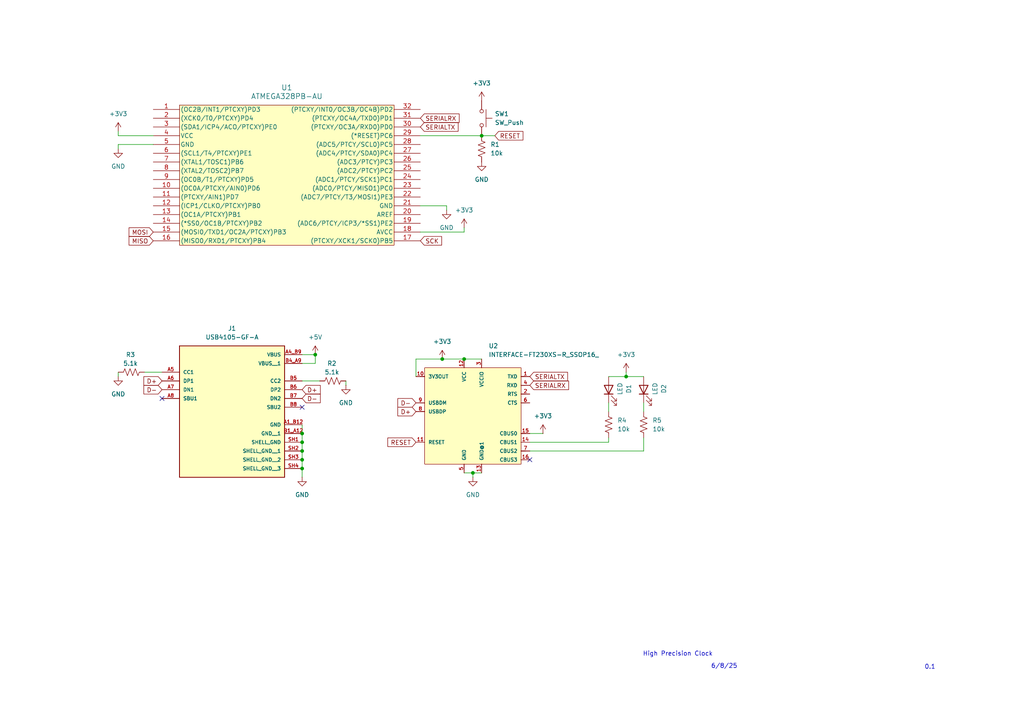
<source format=kicad_sch>
(kicad_sch (version 20231120) (generator "eeschema") (generator_version "8.0")
  (paper "A4")
  (lib_symbols
    (symbol "32A_MCH:ATMEGA328PB-AU" (pin_names (offset 0.254))
      (property "Reference" "U" (at 37.846 6.096 0))
      (property "Value" "ATMEGA328PB-AU" (at 37.846 3.556 0))
      (symbol "ATMEGA328PB-AU_0_1"
        (pin bidirectional line (at 0 0 0) (length 7.62) (name "(OC2B/INT1/PTCXY)PD3") (number "1"))
        (pin bidirectional line (at 0 -22.86 0) (length 7.62) (name "(OC0A/PTCXY/AIN0)PD6") (number "10"))
        (pin bidirectional line (at 0 -25.4 0) (length 7.62) (name "(PTCXY/AIN1)PD7") (number "11"))
        (pin bidirectional line (at 0 -27.94 0) (length 7.62) (name "(ICP1/CLKO/PTCXY)PB0") (number "12"))
        (pin bidirectional line (at 0 -30.48 0) (length 7.62) (name "(OC1A/PTCXY)PB1") (number "13"))
        (pin bidirectional line (at 0 -33.02 0) (length 7.62) (name "(*SS0/OC1B/PTCXY)PB2") (number "14"))
        (pin bidirectional line (at 0 -35.56 0) (length 7.62) (name "(MOSI0/TXD1/OC2A/PTCXY)PB3") (number "15"))
        (pin bidirectional line (at 0 -38.1 0) (length 7.62) (name "(MISO0/RXD1/PTCXY)PB4") (number "16"))
        (pin bidirectional line (at 77.47 -38.1 180) (length 7.62) (name "(PTCXY/XCK1/SCK0)PB5") (number "17"))
        (pin power_in line (at 77.47 -35.56 180) (length 7.62) (name "AVCC") (number "18"))
        (pin bidirectional line (at 77.47 -33.02 180) (length 7.62) (name "(ADC6/PTCY/ICP3/*SS1)PE2") (number "19"))
        (pin bidirectional line (at 0 -2.54 0) (length 7.62) (name "(XCK0/T0/PTCXY)PD4") (number "2"))
        (pin bidirectional line (at 77.47 -30.48 180) (length 7.62) (name "AREF") (number "20"))
        (pin power_in line (at 77.47 -27.94 180) (length 7.62) (name "GND") (number "21"))
        (pin bidirectional line (at 77.47 -25.4 180) (length 7.62) (name "(ADC7/PTCY/T3/MOSI1)PE3") (number "22"))
        (pin bidirectional line (at 77.47 -22.86 180) (length 7.62) (name "(ADC0/PTCY/MISO1)PC0") (number "23"))
        (pin bidirectional line (at 77.47 -20.32 180) (length 7.62) (name "(ADC1/PTCY/SCK1)PC1") (number "24"))
        (pin bidirectional line (at 77.47 -17.78 180) (length 7.62) (name "(ADC2/PTCY)PC2") (number "25"))
        (pin bidirectional line (at 77.47 -15.24 180) (length 7.62) (name "(ADC3/PTCY)PC3") (number "26"))
        (pin bidirectional line (at 77.47 -12.7 180) (length 7.62) (name "(ADC4/PTCY/SDA0)PC4") (number "27"))
        (pin bidirectional line (at 77.47 -10.16 180) (length 7.62) (name "(ADC5/PTCY/SCL0)PC5") (number "28"))
        (pin bidirectional line (at 77.47 -7.62 180) (length 7.62) (name "(*RESET)PC6") (number "29"))
        (pin bidirectional line (at 0 -5.08 0) (length 7.62) (name "(SDA1/ICP4/ACO/PTCXY)PE0") (number "3"))
        (pin bidirectional line (at 77.47 -5.08 180) (length 7.62) (name "(PTCXY/OC3A/RXD0)PD0") (number "30"))
        (pin bidirectional line (at 77.47 -2.54 180) (length 7.62) (name "(PTCXY/OC4A/TXD0)PD1") (number "31"))
        (pin bidirectional line (at 77.47 0 180) (length 7.62) (name "(PTCXY/INT0/OC3B/OC4B)PD2") (number "32"))
        (pin power_in line (at 0 -7.62 0) (length 7.62) (name "VCC") (number "4"))
        (pin power_in line (at 0 -10.16 0) (length 7.62) (name "GND") (number "5"))
        (pin bidirectional line (at 0 -12.7 0) (length 7.62) (name "(SCL1/T4/PTCXY)PE1") (number "6"))
        (pin bidirectional line (at 0 -15.24 0) (length 7.62) (name "(XTAL1/TOSC1)PB6") (number "7"))
        (pin bidirectional line (at 0 -17.78 0) (length 7.62) (name "(XTAL2/TOSC2)PB7") (number "8"))
        (pin bidirectional line (at 0 -20.32 0) (length 7.62) (name "(OC0B/T1/PTCXY)PD5") (number "9"))
      )
      (symbol "ATMEGA328PB-AU_1_1"
        (rectangle (start 7.62 1.27) (end 69.85 -39.37) (fill (type background)))
      )
    )
    (symbol "Device:LED" (pin_numbers hide) (pin_names (offset 1.016) hide)
      (property "Reference" "D" (at 0 2.54 0))
      (property "Value" "LED" (at 0 -2.54 0))
      (symbol "LED_0_1"
        (polyline (pts (xy -1.27 -1.27) (xy -1.27 1.27)) (stroke (width 0.254)))
        (polyline (pts (xy -1.27 0) (xy 1.27 0)))
        (polyline (pts (xy 1.27 -1.27) (xy 1.27 1.27) (xy -1.27 0) (xy 1.27 -1.27)) (stroke (width 0.254)))
        (polyline (pts (xy -3.048 -0.762) (xy -4.572 -2.286) (xy -3.81 -2.286) (xy -4.572 -2.286) (xy -4.572 -1.524)))
        (polyline (pts (xy -1.778 -0.762) (xy -3.302 -2.286) (xy -2.54 -2.286) (xy -3.302 -2.286) (xy -3.302 -1.524)))
      )
      (symbol "LED_1_1"
        (pin passive line (at -3.81 0 0) (length 2.54) (name "K") (number "1"))
        (pin passive line (at 3.81 0 180) (length 2.54) (name "A") (number "2"))
      )
    )
    (symbol "Device:R_US" (pin_numbers hide) (pin_names (offset 0))
      (property "Reference" "R" (at 2.54 0 90))
      (property "Value" "R_US" (at -2.54 0 90))
      (symbol "R_US_0_1"
        (polyline (pts (xy 0 -2.286) (xy 0 -2.54)))
        (polyline (pts (xy 0 2.286) (xy 0 2.54)))
        (polyline (pts (xy 0 -0.762) (xy 1.016 -1.143) (xy 0 -1.524) (xy -1.016 -1.905) (xy 0 -2.286)))
        (polyline (pts (xy 0 0.762) (xy 1.016 0.381) (xy 0 0) (xy -1.016 -0.381) (xy 0 -0.762)))
        (polyline (pts (xy 0 2.286) (xy 1.016 1.905) (xy 0 1.524) (xy -1.016 1.143) (xy 0 0.762)))
      )
      (symbol "R_US_1_1"
        (pin passive line (at 0 3.81 270) (length 1.27) (name "~") (number "1"))
        (pin passive line (at 0 -3.81 90) (length 1.27) (name "~") (number "2"))
      )
    )
    (symbol "INTERFACE-FT230XS-R_SSOP16_:INTERFACE-FT230XS-R_SSOP16_" (pin_names (offset 1.016))
      (property "Reference" "U" (at -13.9731 15.2434 0))
      (property "Value" "INTERFACE-FT230XS-R_SSOP16_" (at 5.0895 15.2684 0))
      (symbol "INTERFACE-FT230XS-R_SSOP16__0_0"
        (polyline (pts (xy -15.24 -7.62) (xy -13.97 -7.62)) (stroke (width 0.1524)))
        (polyline (pts (xy -15.24 1.27) (xy -13.97 1.27)) (stroke (width 0.1524)))
        (polyline (pts (xy -15.24 3.81) (xy -13.97 3.81)) (stroke (width 0.1524)))
        (polyline (pts (xy -15.24 11.43) (xy -13.97 11.43)) (stroke (width 0.1524)))
        (polyline (pts (xy -2.54 -15.24) (xy -2.54 -13.97)) (stroke (width 0.1524)))
        (polyline (pts (xy -2.54 15.24) (xy -2.54 13.97)) (stroke (width 0.1524)))
        (polyline (pts (xy 2.54 -15.24) (xy 2.54 -13.97)) (stroke (width 0.1524)))
        (polyline (pts (xy 2.54 15.24) (xy 2.54 13.97)) (stroke (width 0.1524)))
        (polyline (pts (xy 15.24 -12.7) (xy 13.97 -12.7)) (stroke (width 0.1524)))
        (polyline (pts (xy 15.24 -10.16) (xy 13.97 -10.16)) (stroke (width 0.1524)))
        (polyline (pts (xy 15.24 -7.62) (xy 13.97 -7.62)) (stroke (width 0.1524)))
        (polyline (pts (xy 15.24 -5.08) (xy 13.97 -5.08)) (stroke (width 0.1524)))
        (polyline (pts (xy 15.24 3.81) (xy 13.97 3.81)) (stroke (width 0.1524)))
        (polyline (pts (xy 15.24 6.35) (xy 13.97 6.35)) (stroke (width 0.1524)))
        (polyline (pts (xy 15.24 8.89) (xy 13.97 8.89)) (stroke (width 0.1524)))
        (polyline (pts (xy 15.24 11.43) (xy 13.97 11.43)) (stroke (width 0.1524)))
        (pin bidirectional line (at 16.51 11.43 180) (length 2.54) (name "TXD") (number "1"))
        (pin bidirectional line (at -16.51 11.43 0) (length 2.54) (name "3V3OUT") (number "10"))
        (pin bidirectional line (at -16.51 -7.62 0) (length 2.54) (name "RESET") (number "11"))
        (pin bidirectional line (at -2.54 16.51 270) (length 2.54) (name "VCC") (number "12"))
        (pin bidirectional line (at 2.54 -16.51 90) (length 2.54) (name "GND@1") (number "13"))
        (pin bidirectional line (at 16.51 -7.62 180) (length 2.54) (name "CBUS1") (number "14"))
        (pin bidirectional line (at 16.51 -5.08 180) (length 2.54) (name "CBUS0") (number "15"))
        (pin bidirectional line (at 16.51 -12.7 180) (length 2.54) (name "CBUS3") (number "16"))
        (pin bidirectional line (at 16.51 6.35 180) (length 2.54) (name "RTS") (number "2"))
        (pin bidirectional line (at 2.54 16.51 270) (length 2.54) (name "VCCIO") (number "3"))
        (pin bidirectional line (at 16.51 8.89 180) (length 2.54) (name "RXD") (number "4"))
        (pin bidirectional line (at -2.54 -16.51 90) (length 2.54) (name "GND") (number "5"))
        (pin bidirectional line (at 16.51 3.81 180) (length 2.54) (name "CTS") (number "6"))
        (pin bidirectional line (at 16.51 -10.16 180) (length 2.54) (name "CBUS2") (number "7"))
        (pin bidirectional line (at -16.51 1.27 0) (length 2.54) (name "USBDP") (number "8"))
        (pin bidirectional line (at -16.51 3.81 0) (length 2.54) (name "USBDM") (number "9"))
      )
      (symbol "INTERFACE-FT230XS-R_SSOP16__0_1"
        (rectangle (start -13.97 13.97) (end 13.97 -13.97) (fill (type background)))
      )
    )
    (symbol "Switch:SW_Push" (pin_numbers hide) (pin_names (offset 1.016) hide)
      (property "Reference" "SW" (at 1.27 2.54 0))
      (property "Value" "SW_Push" (at 0 -1.524 0))
      (symbol "SW_Push_0_1"
        (circle (center -2.032 0) (radius 0.508))
        (polyline (pts (xy 0 1.27) (xy 0 3.048)))
        (polyline (pts (xy 2.54 1.27) (xy -2.54 1.27)))
        (circle (center 2.032 0) (radius 0.508))
        (pin passive line (at -5.08 0 0) (length 2.54) (name "1") (number "1"))
        (pin passive line (at 5.08 0 180) (length 2.54) (name "2") (number "2"))
      )
    )
    (symbol "USB4105-GF-A:USB4105-GF-A" (pin_names (offset 1.016))
      (property "Reference" "J" (at -15.24 13.97 0))
      (property "Value" "USB4105-GF-A" (at -15.24 -27.94 0))
      (symbol "USB4105-GF-A_0_0"
        (rectangle (start -15.24 -25.4) (end 15.24 12.7) (stroke (width 0.254)) (fill (type background)))
        (pin power_in line (at 20.32 -10.16 180) (length 5.08) (name "GND") (number "A1_B12"))
        (pin power_in line (at 20.32 10.16 180) (length 5.08) (name "VBUS") (number "A4_B9"))
        (pin bidirectional line (at -20.32 5.08 0) (length 5.08) (name "CC1") (number "A5"))
        (pin bidirectional line (at -20.32 2.54 0) (length 5.08) (name "DP1") (number "A6"))
        (pin bidirectional line (at -20.32 0 0) (length 5.08) (name "DN1") (number "A7"))
        (pin bidirectional line (at -20.32 -2.54 0) (length 5.08) (name "SBU1") (number "A8"))
        (pin power_in line (at 20.32 -12.7 180) (length 5.08) (name "GND__1") (number "B1_A12"))
        (pin power_in line (at 20.32 7.62 180) (length 5.08) (name "VBUS__1") (number "B4_A9"))
        (pin bidirectional line (at 20.32 2.54 180) (length 5.08) (name "CC2") (number "B5"))
        (pin bidirectional line (at 20.32 0 180) (length 5.08) (name "DP2") (number "B6"))
        (pin bidirectional line (at 20.32 -2.54 180) (length 5.08) (name "DN2") (number "B7"))
        (pin bidirectional line (at 20.32 -5.08 180) (length 5.08) (name "SBU2") (number "B8"))
        (pin power_in line (at 20.32 -15.24 180) (length 5.08) (name "SHELL_GND") (number "SH1"))
        (pin power_in line (at 20.32 -17.78 180) (length 5.08) (name "SHELL_GND__1") (number "SH2"))
        (pin power_in line (at 20.32 -20.32 180) (length 5.08) (name "SHELL_GND__2") (number "SH3"))
        (pin power_in line (at 20.32 -22.86 180) (length 5.08) (name "SHELL_GND__3") (number "SH4"))
      )
    )
    (symbol "power:+3V3" (power) (pin_numbers hide) (pin_names (offset 0) hide)
      (property "Value" "+3V3" (at 0 3.556 0))
      (symbol "+3V3_0_1"
        (polyline (pts (xy -0.762 1.27) (xy 0 2.54)))
        (polyline (pts (xy 0 0) (xy 0 2.54)))
        (polyline (pts (xy 0 2.54) (xy 0.762 1.27)))
      )
      (symbol "+3V3_1_1"
        (pin power_in line (at 0 0 90) (length 0) (name "~") (number "1"))
      )
    )
    (symbol "power:+5V" (power) (pin_numbers hide) (pin_names (offset 0) hide)
      (property "Value" "+5V" (at 0 3.556 0))
      (symbol "+5V_0_1"
        (polyline (pts (xy -0.762 1.27) (xy 0 2.54)))
        (polyline (pts (xy 0 0) (xy 0 2.54)))
        (polyline (pts (xy 0 2.54) (xy 0.762 1.27)))
      )
      (symbol "+5V_1_1"
        (pin power_in line (at 0 0 90) (length 0) (name "~") (number "1"))
      )
    )
    (symbol "power:GND" (power) (pin_numbers hide) (pin_names (offset 0) hide)
      (property "Value" "GND" (at 0 -3.81 0))
      (symbol "GND_0_1"
        (polyline (pts (xy 0 0) (xy 0 -1.27) (xy 1.27 -1.27) (xy 0 -2.54) (xy -1.27 -1.27) (xy 0 -1.27)))
      )
      (symbol "GND_1_1"
        (pin power_in line (at 0 0 270) (length 0) (name "~") (number "1"))
      )
    )
  )
  (junction (at 91.44 102.87))
  (junction (at 128.27 104.14))
  (junction (at 87.63 133.35))
  (junction (at 181.61 109.22))
  (junction (at 134.62 104.14))
  (junction (at 87.63 128.27))
  (junction (at 87.63 135.89))
  (junction (at 87.63 130.81))
  (junction (at 87.63 125.73))
  (junction (at 139.7 39.37))
  (junction (at 137.16 137.16))
  (no_connect (at 153.67 133.35))
  (no_connect (at 87.63 118.11))
  (no_connect (at 46.99 115.57))
  (wire (pts (xy 121.92 67.31) (xy 134.62 67.31)))
  (wire (pts (xy 153.67 128.27) (xy 176.53 128.27)))
  (wire (pts (xy 134.62 67.31) (xy 134.62 66.04)))
  (wire (pts (xy 176.53 116.84) (xy 176.53 119.38)))
  (wire (pts (xy 121.92 39.37) (xy 139.7 39.37)))
  (wire (pts (xy 44.45 39.37) (xy 34.29 39.37)))
  (wire (pts (xy 134.62 104.14) (xy 139.7 104.14)))
  (wire (pts (xy 34.29 41.91) (xy 44.45 41.91)))
  (wire (pts (xy 137.16 137.16) (xy 139.7 137.16)))
  (wire (pts (xy 87.63 135.89) (xy 87.63 138.43)))
  (wire (pts (xy 129.54 59.69) (xy 129.54 60.96)))
  (wire (pts (xy 87.63 123.19) (xy 87.63 125.73)))
  (wire (pts (xy 137.16 137.16) (xy 137.16 138.43)))
  (wire (pts (xy 129.54 59.69) (xy 121.92 59.69)))
  (wire (pts (xy 186.69 127) (xy 186.69 130.81)))
  (wire (pts (xy 87.63 102.87) (xy 91.44 102.87)))
  (wire (pts (xy 181.61 107.95) (xy 181.61 109.22)))
  (wire (pts (xy 41.91 107.95) (xy 46.99 107.95)))
  (wire (pts (xy 153.67 130.81) (xy 186.69 130.81)))
  (wire (pts (xy 92.71 110.49) (xy 87.63 110.49)))
  (wire (pts (xy 186.69 116.84) (xy 186.69 119.38)))
  (wire (pts (xy 87.63 133.35) (xy 87.63 135.89)))
  (wire (pts (xy 87.63 105.41) (xy 91.44 105.41)))
  (wire (pts (xy 91.44 102.87) (xy 91.44 105.41)))
  (wire (pts (xy 120.65 104.14) (xy 128.27 104.14)))
  (wire (pts (xy 134.62 137.16) (xy 137.16 137.16)))
  (wire (pts (xy 176.53 109.22) (xy 181.61 109.22)))
  (wire (pts (xy 153.67 125.73) (xy 157.48 125.73)))
  (wire (pts (xy 34.29 41.91) (xy 34.29 43.18)))
  (wire (pts (xy 128.27 104.14) (xy 134.62 104.14)))
  (wire (pts (xy 100.33 110.49) (xy 100.33 111.76)))
  (wire (pts (xy 176.53 127) (xy 176.53 128.27)))
  (wire (pts (xy 120.65 104.14) (xy 120.65 109.22)))
  (wire (pts (xy 87.63 125.73) (xy 87.63 128.27)))
  (wire (pts (xy 181.61 109.22) (xy 186.69 109.22)))
  (wire (pts (xy 87.63 128.27) (xy 87.63 130.81)))
  (wire (pts (xy 34.29 109.22) (xy 34.29 107.95)))
  (wire (pts (xy 143.51 39.37) (xy 139.7 39.37)))
  (wire (pts (xy 34.29 39.37) (xy 34.29 38.1)))
  (wire (pts (xy 87.63 130.81) (xy 87.63 133.35)))
  (text "6/8/25" (at 210.058 193.294 0) (effects (font (size 1.27 1.27))))
  (text "High Precision Clock" (at 196.596 189.738 0) (effects (font (size 1.27 1.27))))
  (text "0.1" (at 269.748 193.548 0) (effects (font (size 1.27 1.27))))
  (global_label "SERIALRX" (shape input) (at 121.92 34.29 0) (property "Intersheetrefs" "${INTERSHEET_REFS}" (effects (hide yes))))
  (global_label "RESET" (shape input) (at 120.65 128.27 180) (property "Intersheetrefs" "${INTERSHEET_REFS}" (effects (hide yes))))
  (global_label "SERIALTX" (shape input) (at 121.92 36.83 0) (property "Intersheetrefs" "${INTERSHEET_REFS}" (effects (hide yes))))
  (global_label "D-" (shape input) (at 120.65 116.84 180) (property "Intersheetrefs" "${INTERSHEET_REFS}" (effects (hide yes))))
  (global_label "D+" (shape input) (at 46.99 110.49 180) (property "Intersheetrefs" "${INTERSHEET_REFS}" (effects (hide yes))))
  (global_label "MOSI" (shape input) (at 44.45 67.31 180) (property "Intersheetrefs" "${INTERSHEET_REFS}" (effects (hide yes))))
  (global_label "MISO" (shape input) (at 44.45 69.85 180) (property "Intersheetrefs" "${INTERSHEET_REFS}" (effects (hide yes))))
  (global_label "D-" (shape input) (at 46.99 113.03 180) (property "Intersheetrefs" "${INTERSHEET_REFS}" (effects (hide yes))))
  (global_label "D+" (shape input) (at 120.65 119.38 180) (property "Intersheetrefs" "${INTERSHEET_REFS}" (effects (hide yes))))
  (global_label "SERIALRX" (shape input) (at 153.67 111.76 0) (property "Intersheetrefs" "${INTERSHEET_REFS}" (effects (hide yes))))
  (global_label "SCK" (shape input) (at 121.92 69.85 0) (property "Intersheetrefs" "${INTERSHEET_REFS}" (effects (hide yes))))
  (global_label "RESET" (shape input) (at 143.51 39.37 0) (property "Intersheetrefs" "${INTERSHEET_REFS}" (effects (hide yes))))
  (global_label "SERIALTX" (shape input) (at 153.67 109.22 0) (property "Intersheetrefs" "${INTERSHEET_REFS}" (effects (hide yes))))
  (global_label "D-" (shape input) (at 87.63 115.57 0) (property "Intersheetrefs" "${INTERSHEET_REFS}" (effects (hide yes))))
  (global_label "D+" (shape input) (at 87.63 113.03 0) (property "Intersheetrefs" "${INTERSHEET_REFS}" (effects (hide yes))))
  (symbol (lib_id "32A_MCH:ATMEGA328PB-AU") (at 44.45 31.75 0) (unit 1)
    (property "Reference" "U1" (at 83.185 25.4 0) (effects (font (size 1.524 1.524))))
    (property "Value" "ATMEGA328PB-AU" (at 83.185 27.94 0) (effects (font (size 1.524 1.524))))
    (property "Footprint" "32A_MCH" (effects (hide yes)))
    (property "Datasheet" "ATMEGA328PB-AU" (effects (hide yes)))
  )
  (symbol (lib_id "power:GND") (at 87.63 138.43 0) (unit 1)
    (property "Reference" "#PWR09" (effects (hide yes)))
    (property "Value" "GND" (at 87.63 143.51 0))
    (property "Description" "Power symbol creates a global label with name \"GND\" , ground" (effects (hide yes)))
  )
  (symbol (lib_id "power:GND") (at 139.7 46.99 0) (unit 1)
    (property "Reference" "#PWR05" (effects (hide yes)))
    (property "Value" "GND" (at 139.7 52.07 0))
    (property "Description" "Power symbol creates a global label with name \"GND\" , ground" (effects (hide yes)))
  )
  (symbol (lib_id "power:+3V3") (at 139.7 29.21 0) (unit 1)
    (property "Reference" "#PWR06" (effects (hide yes)))
    (property "Value" "+3V3" (at 139.7 24.13 0))
    (property "Description" "Power symbol creates a global label with name \"+3V3\"" (effects (hide yes)))
  )
  (symbol (lib_id "Device:LED") (at 176.53 113.03 90) (unit 1)
    (property "Reference" "D1" (at 182.372 112.776 0))
    (property "Value" "LED" (at 179.832 112.776 0))
    (property "Description" "Light emitting diode" (effects (hide yes)))
  )
  (symbol (lib_id "power:GND") (at 100.33 111.76 0) (unit 1)
    (property "Reference" "#PWR08" (effects (hide yes)))
    (property "Value" "GND" (at 100.33 116.84 0))
    (property "Description" "Power symbol creates a global label with name \"GND\" , ground" (effects (hide yes)))
  )
  (symbol (lib_id "Device:LED") (at 186.69 113.03 90) (unit 1)
    (property "Reference" "D2" (at 192.532 112.776 0))
    (property "Value" "LED" (at 189.992 112.776 0))
    (property "Description" "Light emitting diode" (effects (hide yes)))
  )
  (symbol (lib_id "Switch:SW_Push") (at 139.7 34.29 270) (unit 1)
    (property "Reference" "SW1" (at 143.51 33.0199 90) (effects (justify left)))
    (property "Value" "SW_Push" (at 143.51 35.5599 90) (effects (justify left)))
    (property "Description" "Push button switch, generic, two pins" (effects (hide yes)))
  )
  (symbol (lib_id "INTERFACE-FT230XS-R_SSOP16_:INTERFACE-FT230XS-R_SSOP16_") (at 137.16 120.65 0) (unit 1)
    (property "Reference" "U2" (at 141.7194 100.33 0) (effects (justify left)))
    (property "Value" "INTERFACE-FT230XS-R_SSOP16_" (at 141.7194 102.87 0) (effects (justify left)))
    (property "Footprint" "INTERFACE-FT230XS-R_SSOP16_:SSOP16-0.635-5X4MM" (effects (hide yes)))
    (property "MPN" "FT230XS-R" (effects (hide yes)))
  )
  (symbol (lib_id "power:GND") (at 129.54 60.96 0) (unit 1)
    (property "Reference" "#PWR03" (effects (hide yes)))
    (property "Value" "GND" (at 129.54 66.04 0))
    (property "Description" "Power symbol creates a global label with name \"GND\" , ground" (effects (hide yes)))
  )
  (symbol (lib_id "power:GND") (at 137.16 138.43 0) (unit 1)
    (property "Reference" "#PWR012" (effects (hide yes)))
    (property "Value" "GND" (at 137.16 143.51 0))
    (property "Description" "Power symbol creates a global label with name \"GND\" , ground" (effects (hide yes)))
  )
  (symbol (lib_id "Device:R_US") (at 186.69 123.19 180) (unit 1)
    (property "Reference" "R5" (at 189.23 121.9199 0) (effects (justify right)))
    (property "Value" "10k" (at 189.23 124.4599 0) (effects (justify right)))
    (property "Description" "Resistor, US symbol" (effects (hide yes)))
  )
  (symbol (lib_id "Device:R_US") (at 38.1 107.95 270) (unit 1)
    (property "Reference" "R3" (at 37.846 102.87 90))
    (property "Value" "5.1k" (at 37.846 105.41 90))
    (property "Description" "Resistor, US symbol" (effects (hide yes)))
  )
  (symbol (lib_id "USB4105-GF-A:USB4105-GF-A") (at 67.31 113.03 0) (unit 1)
    (property "Reference" "J1" (at 67.31 95.25 0))
    (property "Value" "USB4105-GF-A" (at 67.31 97.79 0))
    (property "Footprint" "USB4105-GF-A:GCT_USB4105-GF-A" (effects (hide yes)))
    (property "PARTREV" "B4" (effects (hide yes)))
    (property "STANDARD" "Manufacturer Recommendations" (effects (hide yes)))
    (property "MAXIMUM_PACKAGE_HEIGHT" "3.31 mm" (effects (hide yes)))
    (property "MANUFACTURER" "GCT" (effects (hide yes)))
  )
  (symbol (lib_id "Device:R_US") (at 139.7 43.18 180) (unit 1)
    (property "Reference" "R1" (at 142.24 41.9099 0) (effects (justify right)))
    (property "Value" "10k" (at 142.24 44.4499 0) (effects (justify right)))
    (property "Description" "Resistor, US symbol" (effects (hide yes)))
  )
  (symbol (lib_id "Device:R_US") (at 96.52 110.49 270) (unit 1)
    (property "Reference" "R2" (at 96.266 105.41 90))
    (property "Value" "5.1k" (at 96.266 107.95 90))
    (property "Description" "Resistor, US symbol" (effects (hide yes)))
  )
  (symbol (lib_id "power:GND") (at 34.29 43.18 0) (unit 1)
    (property "Reference" "#PWR02" (effects (hide yes)))
    (property "Value" "GND" (at 34.29 48.26 0))
    (property "Description" "Power symbol creates a global label with name \"GND\" , ground" (effects (hide yes)))
  )
  (symbol (lib_id "Device:R_US") (at 176.53 123.19 180) (unit 1)
    (property "Reference" "R4" (at 179.07 121.9199 0) (effects (justify right)))
    (property "Value" "10k" (at 179.07 124.4599 0) (effects (justify right)))
    (property "Description" "Resistor, US symbol" (effects (hide yes)))
  )
  (symbol (lib_id "power:+5V") (at 91.44 102.87 0) (unit 1)
    (property "Reference" "#PWR07" (effects (hide yes)))
    (property "Value" "+5V" (at 91.44 97.79 0))
    (property "Description" "Power symbol creates a global label with name \"+5V\"" (effects (hide yes)))
  )
  (symbol (lib_id "power:+3V3") (at 181.61 107.95 0) (unit 1)
    (property "Reference" "#PWR013" (effects (hide yes)))
    (property "Value" "+3V3" (at 181.61 102.87 0))
    (property "Description" "Power symbol creates a global label with name \"+3V3\"" (effects (hide yes)))
  )
  (symbol (lib_id "power:GND") (at 34.29 109.22 0) (unit 1)
    (property "Reference" "#PWR010" (effects (hide yes)))
    (property "Value" "GND" (at 34.29 114.3 0))
    (property "Description" "Power symbol creates a global label with name \"GND\" , ground" (effects (hide yes)))
  )
  (symbol (lib_id "power:+3V3") (at 157.48 125.73 0) (unit 1)
    (property "Reference" "#PWR015" (effects (hide yes)))
    (property "Value" "+3V3" (at 157.48 120.65 0))
    (property "Description" "Power symbol creates a global label with name \"+3V3\"" (effects (hide yes)))
  )
  (symbol (lib_id "power:+3V3") (at 134.62 66.04 0) (unit 1)
    (property "Reference" "#PWR04" (effects (hide yes)))
    (property "Value" "+3V3" (at 134.62 60.96 0))
    (property "Description" "Power symbol creates a global label with name \"+3V3\"" (effects (hide yes)))
  )
  (symbol (lib_id "power:+3V3") (at 34.29 38.1 0) (unit 1)
    (property "Reference" "#PWR01" (effects (hide yes)))
    (property "Value" "+3V3" (at 34.29 33.02 0))
    (property "Description" "Power symbol creates a global label with name \"+3V3\"" (effects (hide yes)))
  )
  (symbol (lib_id "power:+3V3") (at 128.27 104.14 0) (unit 1)
    (property "Reference" "#PWR011" (effects (hide yes)))
    (property "Value" "+3V3" (at 128.27 99.06 0))
    (property "Description" "Power symbol creates a global label with name \"+3V3\"" (effects (hide yes)))
  )
)
</source>
